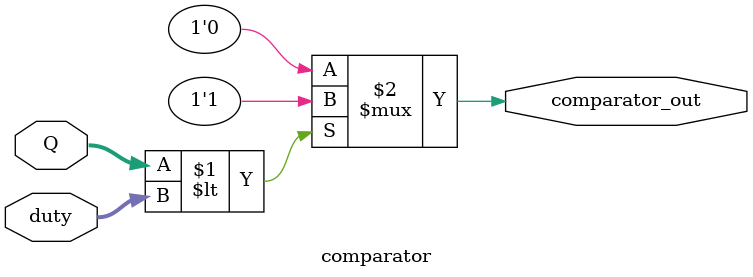
<source format=v>
module comparator (duty,Q,comparator_out); 

parameter COUNTER_BITS=8; 
//Ports Declaration
input [COUNTER_BITS:0] duty ; 
input [COUNTER_BITS-1:0] Q ; 
output comparator_out ; 

assign comparator_out = (Q<duty) ? 1'b1 : 1'b0;  

endmodule 
</source>
